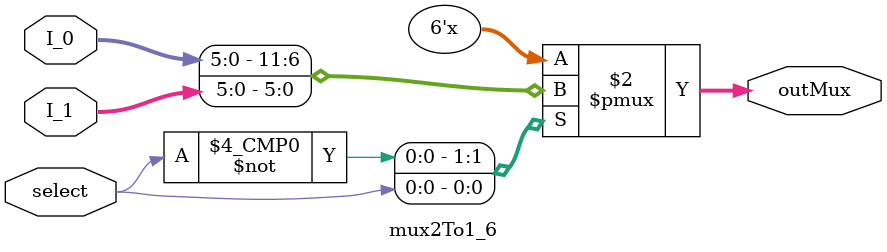
<source format=v>
/* Module of Mux 2 to 1 of 6 bits (MuxC)
   Programmed by: Lianne Sánchez Rodríguez
   Phase 3 
   Professor: Nestor Rodríguez 
*/
module mux2To1_6(output reg [5:0] outMux, input [5:0] I_0, input [5:0] I_1, input select);
	
	always @(I_0, I_1, select)
		begin
			case(select)
				1'b0:	outMux <= I_0; 
				1'b1:	outMux <= I_1;
			endcase // select
		end
endmodule

// module MuxTest;
// 	// Inputs of ALU
// 	reg select;
// 	reg [5:0] in_0;
// 	reg [5:0] in_1;
// 	//Outputs of ALU module
// 	wire [5:0] result;
// 	//test duration
// 	parameter stop_time = 1090;
// 	mux2To1_6 mux(result, in_0, in_1, select);
// 	initial #stop_time $finish;

// 	initial begin

// 	#0  in_0 = 5'b00000; in_1 = 5'b01101; select = 1'b0;
// 	#20 in_0 = 5'b00000; in_1 = 5'b01101; select = 1'b1;

// 	end
	
// 	initial begin
// 		$display ("\n\nSelect\tEntrance1\t\tEntrance2\t\tOut Mux");
// 		$monitor ("%0d\t%b\t%b\t%b\t%b", $time, select, in_0, in_1,result);
// 	end
	
// endmodule
</source>
